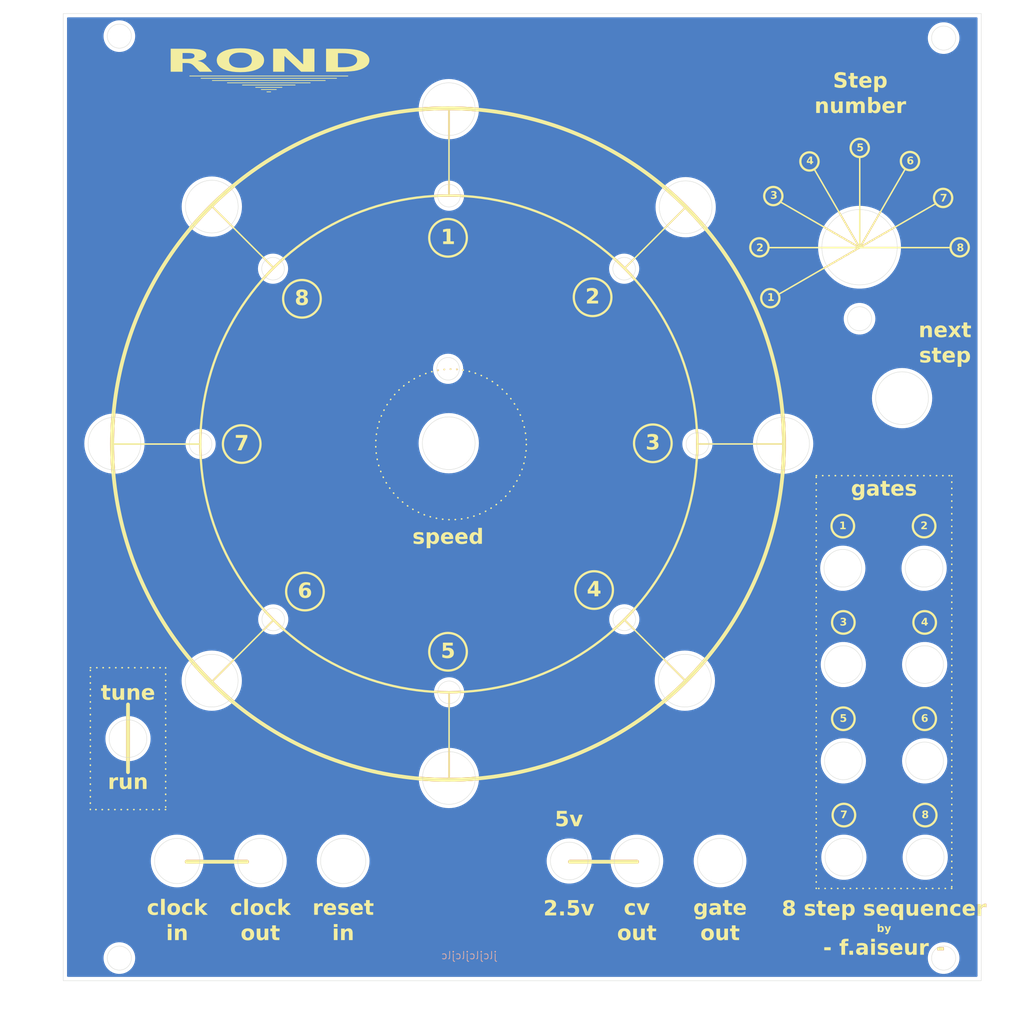
<source format=kicad_pcb>
(kicad_pcb (version 20240108) (generator "pcbnew") (generator_version "8.0")
  (layers (0 "F.Cu" signal) (31 "B.Cu" signal) (34 "B.Paste" user) (35 "F.Paste" user) (36 "B.SilkS" user "B.Silkscreen") (37 "F.SilkS" user "F.Silkscreen") (38 "B.Mask" user) (39 "F.Mask" user) (44 "Edge.Cuts" user))
  (net 0 "")
  (gr_circle (center 202.575214 139.797051) (end 204.075214 139.797051) (stroke (width 0.3)) (fill none) (layer "F.Cu"))
  (gr_circle (center 131.002647 110.097051) (end 133.502647 110.097051) (stroke (width 0.3)) (fill none) (layer "F.Cu"))
  (gr_circle (center 150.002647 118.097051) (end 152.502647 118.097051) (stroke (width 0.3)) (fill none) (layer "F.Cu"))
  (gr_line (start 204.68 52.397051) (end 204.68 64.397051) (stroke (width 0.2)) (layer "F.Cu"))
  (gr_line (start 204.68 64.410578) (end 210.68 54.018273) (stroke (width 0.2)) (layer "F.Cu"))
  (gr_circle (center 213.302647 126.997051) (end 214.802647 126.997051) (stroke (width 0.3)) (fill none) (layer "F.Cu"))
  (gr_circle (center 211.352647 52.897051) (end 212.564299 52.897051) (stroke (width 0.3)) (fill none) (layer "F.Cu"))
  (gr_line (start 117.2 41.9) (end 135.2 41.9) (stroke (width 0.1)) (layer "F.Cu"))
  (gr_line (start 173.53 67.07) (end 181.423649 59.176351) (stroke (width 0.2)) (layer "F.Cu"))
  (gr_line (start 126.78 67.03) (end 118.502207 58.752207) (stroke (width 0.2)) (layer "F.Cu"))
  (gr_line (start 214.694952 58.597051) (end 193.910342 70.597051) (stroke (width 0.2)) (layer "F.Cu"))
  (gr_line (start 120.7 42.5) (end 131.7 42.5) (stroke (width 0.1)) (layer "F.Cu"))
  (gr_circle (center 150.10508 90.479624) (end 183.10508 90.479624) (stroke (width 0.3)) (fill none) (layer "F.Cu"))
  (gr_circle (center 122.602647 90.497051) (end 125.102647 90.497051) (stroke (width 0.3)) (fill none) (layer "F.Cu"))
  (gr_line (start 166.202647 145.997051) (end 175.103209 145.997051) (stroke (width 0.5)) (layer "F.Cu"))
  (gr_circle (center 150.402647 90.547051) (end 160.402647 90.547051) (stroke (width 0.2) (type dot)) (fill none) (layer "F.Cu"))
  (gr_circle (center 202.502647 114.197051) (end 204.002647 114.197051) (stroke (width 0.3)) (fill none) (layer "F.Cu"))
  (gr_line (start 198.652647 54.000898) (end 204.652647 64.393203) (stroke (width 0.2)) (layer "F.Cu"))
  (gr_line (start 115.302647 145.997051) (end 123.302647 145.997051) (stroke (width 0.5)) (layer "F.Cu"))
  (gr_circle (center 150.002647 63.097051) (end 152.502647 63.097051) (stroke (width 0.3)) (fill none) (layer "F.Cu"))
  (gr_line (start 173.37 113.8) (end 181.530098 121.960098) (stroke (width 0.2)) (layer "F.Cu"))
  (gr_line (start 122.7 42.8) (end 129.7 42.8) (stroke (width 0.1)) (layer "F.Cu"))
  (gr_circle (center 213.302647 114.197051) (end 214.802647 114.197051) (stroke (width 0.3)) (fill none) (layer "F.Cu"))
  (gr_circle (center 217.952647 64.358703) (end 219.164299 64.358703) (stroke (width 0.3)) (fill none) (layer "F.Cu"))
  (gr_rect (start 198.902647 94.697051) (end 216.902647 149.547051) (stroke (width 0.2) (type dot)) (fill none) (layer "F.Cu"))
  (gr_circle (center 130.602647 71.197051) (end 133.102647 71.197051) (stroke (width 0.3)) (fill none) (layer "F.Cu"))
  (gr_circle (center 177.202647 90.397051) (end 179.702647 90.397051) (stroke (width 0.3)) (fill none) (layer "F.Cu"))
  (gr_circle (center 169.402647 109.897051) (end 171.902647 109.897051) (stroke (width 0.3)) (fill none) (layer "F.Cu"))
  (gr_line (start 125.2 43.4) (end 127.2 43.4) (stroke (width 0.1)) (layer "F.Cu"))
  (gr_line (start 192.602647 64.397051) (end 216.602647 64.397051) (stroke (width 0.2)) (layer "F.Cu"))
  (gr_circle (center 191.352647 64.358703) (end 192.564299 64.358703) (stroke (width 0.3)) (fill none) (layer "F.Cu"))
  (gr_line (start 204.68 64.410577) (end 194.287695 58.410577) (stroke (width 0.2)) (layer "F.Cu"))
  (gr_circle (center 193.202647 57.547051) (end 194.414299 57.547051) (stroke (width 0.3)) (fill none) (layer "F.Cu"))
  (gr_circle (center 169.202647 70.997051) (end 171.702647 70.997051) (stroke (width 0.3)) (fill none) (layer "F.Cu"))
  (gr_circle (center 213.375214 139.797051) (end 214.875214 139.797051) (stroke (width 0.3)) (fill none) (layer "F.Cu"))
  (gr_circle (center 202.43008 101.397051) (end 203.93008 101.397051) (stroke (width 0.3)) (fill none) (layer "F.Cu"))
  (gr_line (start 118.7 42.2) (end 133.7 42.2) (stroke (width 0.1)) (layer "F.Cu"))
  (gr_line (start 150.14 123.479624) (end 150.14 135.108711) (stroke (width 0.2)) (layer "F.Cu"))
  (gr_line (start 150.13 57.479624) (end 150.13 45.88539) (stroke (width 0.2)) (layer "F.Cu"))
  (gr_circle (center 204.68 51.147051) (end 205.891652 51.147051) (stroke (width 0.3)) (fill none) (layer "F.Cu"))
  (gr_circle (center 202.502647 126.997051) (end 204.002647 126.997051) (stroke (width 0.3)) (fill none) (layer "F.Cu"))
  (gr_circle (center 198.002647 52.947051) (end 199.214299 52.947051) (stroke (width 0.3)) (fill none) (layer "F.Cu"))
  (gr_rect (start 102.502647 120.216632) (end 112.502647 139.066632) (stroke (width 0.2) (type dot)) (fill none) (layer "F.Cu"))
  (gr_line (start 107.5 134.097051) (end 107.5 125.097051) (stroke (width 0.5)) (layer "F.Cu"))
  (gr_circle (center 192.802647 71.108703) (end 194.014299 71.108703) (stroke (width 0.3)) (fill none) (layer "F.Cu"))
  (gr_circle (center 150.002647 90.497051) (end 194.613856 90.497051) (stroke (width 0.5)) (fill none) (layer "F.Cu"))
  (gr_circle (center 213.23008 101.397051) (end 214.73008 101.397051) (stroke (width 0.3)) (fill none) (layer "F.Cu"))
  (gr_circle (center 215.752647 57.797051) (end 216.964299 57.797051) (stroke (width 0.3)) (fill none) (layer "F.Cu"))
  (gr_line (start 126.82 113.89) (end 118.46 122.25) (stroke (width 0.2)) (layer "F.Cu"))
  (gr_line (start 115.7 41.6) (end 136.7 41.6) (stroke (width 0.1)) (layer "F.Cu"))
  (gr_line (start 117.10508 90.5) (end 105.391425 90.5) (stroke (width 0.2)) (layer "F.Cu"))
  (gr_line (start 125.95 43.7) (end 126.45 43.7) (stroke (width 0.1)) (layer "F.Cu"))
  (gr_line (start 124.45 43.1) (end 127.95 43.1) (stroke (width 0.1)) (layer "F.Cu"))
  (gr_line (start 183.10508 90.49) (end 194.613869 90.49) (stroke (width 0.2)) (layer "F.Cu"))
  (gr_circle (center 191.35 64.361652) (end 192.561652 64.361652) (stroke (width 0.3)) (fill none) (layer "F.SilkS"))
  (gr_circle (center 150.4 90.55) (end 160.4 90.55) (stroke (width 0.2) (type dot)) (fill none) (layer "F.SilkS"))
  (gr_line (start 183.10508 90.49) (end 194.613869 90.49) (stroke (width 0.2)) (layer "F.SilkS"))
  (gr_circle (center 131 110.1) (end 133.5 110.1) (stroke (width 0.3)) (fill none) (layer "F.SilkS"))
  (gr_circle (center 130.6 71.2) (end 133.1 71.2) (stroke (width 0.3)) (fill none) (layer "F.SilkS"))
  (gr_line (start 115.7 41.6) (end 136.7 41.6) (stroke (width 0.1)) (layer "F.SilkS"))
  (gr_circle (center 150 118.1) (end 152.5 118.1) (stroke (width 0.3)) (fill none) (layer "F.SilkS"))
  (gr_line (start 150.14 123.479624) (end 150.14 135.108711) (stroke (width 0.2)) (layer "F.SilkS"))
  (gr_circle (center 213.372567 139.8) (end 214.872567 139.8) (stroke (width 0.3)) (fill none) (layer "F.SilkS"))
  (gr_line (start 107.5 134.1) (end 107.5 125.1) (stroke (width 0.5)) (layer "F.SilkS"))
  (gr_rect (start 102.5 120.219581) (end 112.5 139.069581) (stroke (width 0.2) (type dot)) (fill none) (layer "F.SilkS"))
  (gr_circle (center 215.75 57.8) (end 216.961652 57.8) (stroke (width 0.3)) (fill none) (layer "F.SilkS"))
  (gr_line (start 124.45 43.1) (end 127.95 43.1) (stroke (width 0.1)) (layer "F.SilkS"))
  (gr_circle (center 169.2 71) (end 171.7 71) (stroke (width 0.3)) (fill none) (layer "F.SilkS"))
  (gr_line (start 117.2 41.9) (end 135.2 41.9) (stroke (width 0.1)) (layer "F.SilkS"))
  (gr_line (start 125.95 43.7) (end 126.45 43.7) (stroke (width 0.1)) (layer "F.SilkS"))
  (gr_circle (center 202.427433 101.4) (end 203.927433 101.4) (stroke (width 0.3)) (fill none) (layer "F.SilkS"))
  (gr_line (start 204.677353 64.413527) (end 210.677353 54.021222) (stroke (width 0.2)) (layer "F.SilkS"))
  (gr_circle (center 211.35 52.9) (end 212.561652 52.9) (stroke (width 0.3)) (fill none) (layer "F.SilkS"))
  (gr_line (start 126.78 67.03) (end 118.502207 58.752207) (stroke (width 0.2)) (layer "F.SilkS"))
  (gr_circle (center 177.2 90.4) (end 179.7 90.4) (stroke (width 0.3)) (fill none) (layer "F.SilkS"))
  (gr_line (start 204.677353 52.4) (end 204.677353 64.4) (stroke (width 0.2)) (layer "F.SilkS"))
  (gr_line (start 118.7 42.2) (end 133.7 42.2) (stroke (width 0.1)) (layer "F.SilkS"))
  (gr_circle (center 150 90.5) (end 194.611209 90.5) (stroke (width 0.5)) (fill none) (layer "F.SilkS"))
  (gr_circle (center 202.5 114.2) (end 204 114.2) (stroke (width 0.3)) (fill none) (layer "F.SilkS"))
  (gr_line (start 204.677353 64.413526) (end 194.285048 58.413526) (stroke (width 0.2)) (layer "F.SilkS"))
  (gr_line (start 214.692305 58.6) (end 193.907695 70.6) (stroke (width 0.2)) (layer "F.SilkS"))
  (gr_circle (center 213.3 127) (end 214.8 127) (stroke (width 0.3)) (fill none) (layer "F.SilkS"))
  (gr_line (start 122.7 42.8) (end 129.7 42.8) (stroke (width 0.1)) (layer "F.SilkS"))
  (gr_line (start 198.65 54.003847) (end 204.65 64.396152) (stroke (width 0.2)) (layer "F.SilkS"))
  (gr_circle (center 169.4 109.9) (end 171.9 109.9) (stroke (width 0.3)) (fill none) (layer "F.SilkS"))
  (gr_line (start 173.37 113.8) (end 181.530098 121.960098) (stroke (width 0.2)) (layer "F.SilkS"))
  (gr_rect (start 198.9 94.7) (end 216.9 149.55) (stroke (width 0.2) (type dot)) (fill none) (layer "F.SilkS"))
  (gr_line (start 117.10508 90.5) (end 105.391425 90.5) (stroke (width 0.2)) (layer "F.SilkS"))
  (gr_line (start 125.2 43.4) (end 127.2 43.4) (stroke (width 0.1)) (layer "F.SilkS"))
  (gr_circle (center 192.8 71.111652) (end 194.011652 71.111652) (stroke (width 0.3)) (fill none) (layer "F.SilkS"))
  (gr_line (start 192.6 64.4) (end 216.6 64.4) (stroke (width 0.2)) (layer "F.SilkS"))
  (gr_line (start 166.2 146) (end 175.100562 146) (stroke (width 0.5)) (layer "F.SilkS"))
  (gr_circle (center 193.2 57.55) (end 194.411652 57.55) (stroke (width 0.3)) (fill none) (layer "F.SilkS"))
  (gr_circle (center 202.5 127) (end 204 127) (stroke (width 0.3)) (fill none) (layer "F.SilkS"))
  (gr_line (start 115.3 146) (end 123.3 146) (stroke (width 0.5)) (layer "F.SilkS"))
  (gr_circle (center 198 52.95) (end 199.211652 52.95) (stroke (width 0.3)) (fill none) (layer "F.SilkS"))
  (gr_circle (center 122.6 90.5) (end 125.1 90.5) (stroke (width 0.3)) (fill none) (layer "F.SilkS"))
  (gr_circle (center 213.3 114.2) (end 214.8 114.2) (stroke (width 0.3)) (fill none) (layer "F.SilkS"))
  (gr_circle (center 217.95 64.361652) (end 219.161652 64.361652) (stroke (width 0.3)) (fill none) (layer "F.SilkS"))
  (gr_line (start 150.13 57.479624) (end 150.13 45.88539) (stroke (width 0.2)) (layer "F.SilkS"))
  (gr_circle (center 202.572567 139.8) (end 204.072567 139.8) (stroke (width 0.3)) (fill none) (layer "F.SilkS"))
  (gr_circle (center 204.677353 51.15) (end 205.889005 51.15) (stroke (width 0.3)) (fill none) (layer "F.SilkS"))
  (gr_line (start 120.7 42.5) (end 131.7 42.5) (stroke (width 0.1)) (layer "F.SilkS"))
  (gr_line (start 126.82 113.89) (end 118.46 122.25) (stroke (width 0.2)) (layer "F.SilkS"))
  (gr_circle (center 150.102433 90.482573) (end 183.102433 90.482573) (stroke (width 0.3)) (fill none) (layer "F.SilkS"))
  (gr_circle (center 150 63.1) (end 152.5 63.1) (stroke (width 0.3)) (fill none) (layer "F.SilkS"))
  (gr_line (start 173.53 67.07) (end 181.423649 59.176351) (stroke (width 0.2)) (layer "F.SilkS"))
  (gr_circle (center 213.227433 101.4) (end 214.727433 101.4) (stroke (width 0.3)) (fill none) (layer "F.SilkS"))
  (gr_circle (center 106.35 158.8) (end 107.95 158.8) (stroke (width 0.05)) (fill none) (layer "Edge.Cuts"))
  (gr_circle (center 181.56 59.03) (end 185.06 59.03) (stroke (width 0.05)) (fill none) (layer "Edge.Cuts"))
  (gr_circle (center 150.01 80.5) (end 151.51 80.5) (stroke (width 0.05)) (fill none) (layer "Edge.Cuts"))
  (gr_circle (center 117.14 90.5) (end 118.64 90.5) (stroke (width 0.05)) (fill none) (layer "Edge.Cuts"))
  (gr_circle (center 118.62 121.94) (end 122.12 121.94) (stroke (width 0.05)) (fill none) (layer "Edge.Cuts"))
  (gr_circle (center 118.63 58.95) (end 122.13 58.95) (stroke (width 0.05)) (fill none) (layer "Edge.Cuts"))
  (gr_circle (center 215.82 158.8) (end 217.42 158.8) (stroke (width 0.05)) (fill none) (layer "Edge.Cuts"))
  (gr_circle (center 150.13 57.5) (end 151.63 57.5) (stroke (width 0.05)) (fill none) (layer "Edge.Cuts"))
  (gr_circle (center 105.7 90.44) (end 109.2 90.44) (stroke (width 0.05)) (fill none) (layer "Edge.Cuts"))
  (gr_circle (center 166.1 145.9) (end 168.6 145.9) (stroke (width 0.05)) (fill none) (layer "Edge.Cuts"))
  (gr_circle (center 150.11 134.87) (end 153.61 134.87) (stroke (width 0.05)) (fill none) (layer "Edge.Cuts"))
  (gr_circle (center 107.5 129.644581) (end 110 129.644581) (stroke (width 0.05)) (fill none) (layer "Edge.Cuts"))
  (gr_circle (center 181.45 121.94) (end 184.95 121.94) (stroke (width 0.05)) (fill none) (layer "Edge.Cuts"))
  (gr_circle (center 114.027433 145.9) (end 117.027433 145.9) (stroke (width 0.05)) (fill none) (layer "Edge.Cuts"))
  (gr_circle (center 136.077433 145.9) (end 139.077433 145.9) (stroke (width 0.05)) (fill none) (layer "Edge.Cuts"))
  (gr_circle (center 202.572567 145.4) (end 205.072567 145.4) (stroke (width 0.05)) (fill none) (layer "Edge.Cuts"))
  (gr_circle (center 213.372567 145.4) (end 215.872567 145.4) (stroke (width 0.05)) (fill none) (layer "Edge.Cuts"))
  (gr_circle (center 150.14 123.49) (end 151.64 123.49) (stroke (width 0.05)) (fill none) (layer "Edge.Cuts"))
  (gr_circle (center 173.41 113.79) (end 174.91 113.79) (stroke (width 0.05)) (fill none) (layer "Edge.Cuts"))
  (gr_circle (center 215.82 36.56) (end 217.42 36.56) (stroke (width 0.05)) (fill none) (layer "Edge.Cuts"))
  (gr_circle (center 126.76 67.2) (end 128.26 67.2) (stroke (width 0.05)) (fill none) (layer "Edge.Cuts"))
  (gr_circle (center 202.5 119.8) (end 205 119.8) (stroke (width 0.05)) (fill none) (layer "Edge.Cuts"))
  (gr_circle (center 183.12 90.49) (end 184.62 90.49) (stroke (width 0.05)) (fill none) (layer "Edge.Cuts"))
  (gr_circle (center 106.35 36.3) (end 107.95 36.3) (stroke (width 0.05)) (fill none) (layer "Edge.Cuts"))
  (gr_circle (center 175.077433 145.9) (end 178.077433 145.9) (stroke (width 0.05)) (fill none) (layer "Edge.Cuts"))
  (gr_circle (center 150.1 46) (end 153.6 46) (stroke (width 0.05)) (fill none) (layer "Edge.Cuts"))
  (gr_circle (center 126.79 113.8) (end 128.29 113.8) (stroke (width 0.05)) (fill none) (layer "Edge.Cuts"))
  (gr_circle (center 202.427433 107) (end 204.927433 107) (stroke (width 0.05)) (fill none) (layer "Edge.Cuts"))
  (gr_circle (center 150.095 90.39) (end 153.595 90.39) (stroke (width 0.05)) (fill none) (layer "Edge.Cuts"))
  (gr_circle (center 194.5 90.45) (end 198 90.45) (stroke (width 0.05)) (fill none) (layer "Edge.Cuts"))
  (gr_circle (center 204.65 73.85) (end 206.25 73.85) (stroke (width 0.05)) (fill none) (layer "Edge.Cuts"))
  (gr_circle (center 213.3 119.8) (end 215.8 119.8) (stroke (width 0.05)) (fill none) (layer "Edge.Cuts"))
  (gr_circle (center 125.077433 145.9) (end 128.077433 145.9) (stroke (width 0.05)) (fill none) (layer "Edge.Cuts"))
  (gr_circle (center 210.3 84.4) (end 213.8 84.4) (stroke (width 0.05)) (fill none) (layer "Edge.Cuts"))
  (gr_circle (center 202.5 132.6) (end 205 132.6) (stroke (width 0.05)) (fill none) (layer "Edge.Cuts"))
  (gr_rect (start 98.9 33.3) (end 220.82 161.8) (stroke (width 0.05)) (fill none) (layer "Edge.Cuts"))
  (gr_circle (center 213.3 132.6) (end 215.8 132.6) (stroke (width 0.05)) (fill none) (layer "Edge.Cuts"))
  (gr_circle (center 213.227433 107) (end 215.727433 107) (stroke (width 0.05)) (fill none) (layer "Edge.Cuts"))
  (gr_circle (center 173.39 67.2) (end 174.89 67.2) (stroke (width 0.05)) (fill none) (layer "Edge.Cuts"))
  (gr_circle (center 186.127433 145.9) (end 189.127433 145.9) (stroke (width 0.05)) (fill none) (layer "Edge.Cuts"))
  (gr_circle (center 204.65 64.35) (end 209.65 64.35) (stroke (width 0.05)) (fill none) (layer "Edge.Cuts"))
  (gr_text "5" (at 202.502647 126.997051 0) (layer "F.Cu") (effects (font (size 1 1) (thickness 0.125))))
  (gr_text "8 step sequencer\n" (at 207.902647 153.497051 0) (layer "F.Cu") (effects (font (size 2 2) (thickness 0.2) (bold yes)) (justify bottom)))
  (gr_text "7" (at 215.336946 58.447051 0) (layer "F.Cu") (effects (font (size 1 1) (thickness 0.2) (bold yes)) (justify left bottom)))
  (gr_text "gates" (at 207.902647 97.697051 0) (layer "F.Cu") (effects (font (size 2 2) (thickness 0.2) (bold yes)) (justify bottom)))
  (gr_text "gate\nout" (at 186.13008 156.75 0) (layer "F.Cu") (effects (font (size 2 2) (thickness 0.2) (bold yes)) (justify bottom)))
  (gr_text "1" (at 192.386946 71.645177 0) (layer "F.Cu") (effects (font (size 1 1) (thickness 0.2) (bold yes)) (justify left bottom)))
  (gr_text "2" (at 213.23008 101.397051 0) (layer "F.Cu") (effects (font (size 1 1) (thickness 0.125))))
  (gr_text "ROND" (at 126.2 41.54 0) (layer "F.Cu") (effects (font (size 3 6) (thickness 0.2) (bold yes)) (justify bottom)))
  (gr_text "tune" (at 107.502647 123.647051 0) (layer "F.Cu") (effects (font (size 2 2) (thickness 0.2) (bold yes))))
  (gr_text "3" (at 177.202647 90.397051 0) (layer "F.Cu") (effects (font (size 2 2) (thickness 0.2) (bold yes))))
  (gr_text "- f.aiseur -" (at 207.902647 158.697051 0) (layer "F.Cu") (effects (font (size 2 2) (thickness 0.2) (bold yes)) (justify bottom)))
  (gr_text "8" (at 213.375214 139.797051 0) (layer "F.Cu") (effects (font (size 1 1) (thickness 0.125))))
  (gr_text "clock\nin" (at 114.03008 156.75 0) (layer "F.Cu") (effects (font (size 2 2) (thickness 0.2) (bold yes)) (justify bottom)))
  (gr_text "reset\nin" (at 136.08008 156.747051 0) (layer "F.Cu") (effects (font (size 2 2) (thickness 0.2) (bold yes)) (justify bottom)))
  (gr_text "8" (at 130.602647 71.197051 0) (layer "F.Cu") (effects (font (size 2 2) (thickness 0.2) (bold yes))))
  (gr_text "6" (at 210.902647 53.497051 0) (layer "F.Cu") (effects (font (size 1 1) (thickness 0.2) (bold yes)) (justify left bottom)))
  (gr_text "next\nstep" (at 216.002647 79.997051 0) (layer "F.Cu") (effects (font (size 2 2) (thickness 0.2) (bold yes)) (justify bottom)))
  (gr_text "2.5v" (at 166.052647 152.297051 0) (layer "F.Cu") (effects (font (size 2 2) (thickness 0.2) (bold yes))))
  (gr_text "6" (at 131.002647 110.097051 0) (layer "F.Cu") (effects (font (size 2 2) (thickness 0.2) (bold yes))))
  (gr_text "5" (at 150.002647 118.097051 0) (layer "F.Cu") (effects (font (size 2 2) (thickness 0.2) (bold yes))))
  (gr_text "speed" (at 150.002647 104.097051 0) (layer "F.Cu") (effects (font (size 2 2) (thickness 0.2) (bold yes)) (justify bottom)))
  (gr_text "7" (at 202.575214 139.797051 0) (layer "F.Cu") (effects (font (size 1 1) (thickness 0.125))))
  (gr_text "5v" (at 166.052647 140.447051 0) (layer "F.Cu") (effects (font (size 2 2) (thickness 0.2) (bold yes))))
  (gr_text "4" (at 169.402647 109.897051 0) (layer "F.Cu") (effects (font (size 2 2) (thickness 0.2) (bold yes))))
  (gr_text "clock\nout" (at 125.08008 156.75 0) (layer "F.Cu") (effects (font (size 2 2) (thickness 0.2) (bold yes)) (justify bottom)))
  (gr_text "run" (at 107.502647 135.497051 0) (layer "F.Cu") (effects (font (size 2 2) (thickness 0.2) (bold yes))))
  (gr_text "4" (at 197.586946 53.483525 0) (layer "F.Cu") (effects (font (size 1 1) (thickness 0.2) (bold yes)) (justify left bottom)))
  (gr_text "Step\nnumber" (at 204.752647 43.997051 0) (layer "F.Cu") (effects (font (size 2 2) (thickness 0.2) (bold yes))))
  (gr_text "6" (at 213.302647 126.997051 0) (layer "F.Cu") (effects (font (size 1 1) (thickness 0.125))))
  (gr_text "1" (at 202.43008 101.397051 0) (layer "F.Cu") (effects (font (size 1 1) (thickness 0.125))))
  (gr_text "8" (at 217.552647 65.047051 0) (layer "F.Cu") (effects (font (size 1 1) (thickness 0.2) (bold yes)) (justify left bottom)))
  (gr_text "cv\nout" (at 175.08008 156.75 0) (layer "F.Cu") (effects (font (size 2 2) (thickness 0.2) (bold yes)) (justify bottom)))
  (gr_text "3" (at 202.502647 114.197051 0) (layer "F.Cu") (effects (font (size 1 1) (thickness 0.125))))
  (gr_text "by" (at 207.902647 155.497051 0) (layer "F.Cu") (effects (font (size 1 1) (thickness 0.2) (bold yes)) (justify bottom)))
  (gr_text "7" (at 122.602647 90.497051 0) (layer "F.Cu") (effects (font (size 2 2) (thickness 0.2) (bold yes))))
  (gr_text "4" (at 213.302647 114.197051 0) (layer "F.Cu") (effects (font (size 1 1) (thickness 0.125))))
  (gr_text "3" (at 192.786946 58.083525 0) (layer "F.Cu") (effects (font (size 1 1) (thickness 0.2) (bold yes)) (justify left bottom)))
  (gr_text "2" (at 190.936946 65.047051 0) (layer "F.Cu") (effects (font (size 1 1) (thickness 0.2) (bold yes)) (justify left bottom)))
  (gr_text "1" (at 150.002647 63.097051 0) (layer "F.Cu") (effects (font (size 2 2) (thickness 0.2) (bold yes))))
  (gr_text "2" (at 169.202647 70.997051 0) (layer "F.Cu") (effects (font (size 2 2) (thickness 0.2) (bold yes))))
  (gr_text "5" (at 204.252647 51.747051 0) (layer "F.Cu") (effects (font (size 1 1) (thickness 0.2) (bold yes)) (justify left bottom)))
  (gr_text "jlcjlcjlcjlc" (at 156.57 159.03 0) (layer "B.SilkS") (effects (font (size 1 1) (thickness 0.1)) (justify left bottom mirror)))
  (gr_text "7" (at 122.6 90.5 0) (layer "F.SilkS") (effects (font (size 2 2) (thickness 0.2) (bold yes))))
  (gr_text "reset\nin" (at 136.077433 156.75 0) (layer "F.SilkS") (effects (font (size 2 2) (thickness 0.2) (bold yes)) (justify bottom)))
  (gr_text "2" (at 190.934299 65.05 0) (layer "F.SilkS") (effects (font (size 1 1) (thickness 0.2) (bold yes)) (justify left bottom)))
  (gr_text "6" (at 131 110.1 0) (layer "F.SilkS") (effects (font (size 2 2) (thickness 0.2) (bold yes))))
  (gr_text "7" (at 215.334299 58.45 0) (layer "F.SilkS") (effects (font (size 1 1) (thickness 0.2) (bold yes)) (justify left bottom)))
  (gr_text "speed" (at 150 104.1 0) (layer "F.SilkS") (effects (font (size 2 2) (thickness 0.2) (bold yes)) (justify bottom)))
  (gr_text "2" (at 213.227433 101.4 0) (layer "F.SilkS") (effects (font (size 1 1) (thickness 0.125))))
  (gr_text "3" (at 192.784299 58.086474 0) (layer "F.SilkS") (effects (font (size 1 1) (thickness 0.2) (bold yes)) (justify left bottom)))
  (gr_text "3" (at 202.5 114.2 0) (layer "F.SilkS") (effects (font (size 1 1) (thickness 0.125))))
  (gr_text "by" (at 207.9 155.5 0) (layer "F.SilkS") (effects (font (size 1 1) (thickness 0.2) (bold yes)) (justify bottom)))
  (gr_text "ROND" (at 126.2 41.54 0) (layer "F.SilkS") (effects (font (size 3 6) (thickness 0.2) (bold yes)) (justify bottom)))
  (gr_text "1" (at 192.384299 71.648126 0) (layer "F.SilkS") (effects (font (size 1 1) (thickness 0.2) (bold yes)) (justify left bottom)))
  (gr_text "5" (at 202.5 127 0) (layer "F.SilkS") (effects (font (size 1 1) (thickness 0.125))))
  (gr_text "8" (at 213.372567 139.8 0) (layer "F.SilkS") (effects (font (size 1 1) (thickness 0.125))))
  (gr_text "5" (at 150 118.1 0) (layer "F.SilkS") (effects (font (size 2 2) (thickness 0.2) (bold yes))))
  (gr_text "tune" (at 107.5 123.65 0) (layer "F.SilkS") (effects (font (size 2 2) (thickness 0.2) (bold yes))))
  (gr_text "4" (at 213.3 114.2 0) (layer "F.SilkS") (effects (font (size 1 1) (thickness 0.125))))
  (gr_text "clock\nout" (at 125.077433 156.752949 0) (layer "F.SilkS") (effects (font (size 2 2) (thickness 0.2) (bold yes)) (justify bottom)))
  (gr_text "5" (at 204.25 51.75 0) (layer "F.SilkS") (effects (font (size 1 1) (thickness 0.2) (bold yes)) (justify left bottom)))
  (gr_text "gate\nout" (at 186.127433 156.752949 0) (layer "F.SilkS") (effects (font (size 2 2) (thickness 0.2) (bold yes)) (justify bottom)))
  (gr_text "clock\nin" (at 114.027433 156.752949 0) (layer "F.SilkS") (effects (font (size 2 2) (thickness 0.2) (bold yes)) (justify bottom)))
  (gr_text "- f.aiseur -" (at 207.9 158.7 0) (layer "F.SilkS") (effects (font (size 2 2) (thickness 0.2) (bold yes)) (justify bottom)))
  (gr_text "5v" (at 166.05 140.45 0) (layer "F.SilkS") (effects (font (size 2 2) (thickness 0.2) (bold yes))))
  (gr_text "2" (at 169.2 71 0) (layer "F.SilkS") (effects (font (size 2 2) (thickness 0.2) (bold yes))))
  (gr_text "1" (at 150 63.1 0) (layer "F.SilkS") (effects (font (size 2 2) (thickness 0.2) (bold yes))))
  (gr_text "1" (at 202.427433 101.4 0) (layer "F.SilkS") (effects (font (size 1 1) (thickness 0.125))))
  (gr_text "3" (at 177.2 90.4 0) (layer "F.SilkS") (effects (font (size 2 2) (thickness 0.2) (bold yes))))
  (gr_text "Step\nnumber" (at 204.75 44 0) (layer "F.SilkS") (effects (font (size 2 2) (thickness 0.2) (bold yes))))
  (gr_text "8" (at 130.6 71.2 0) (layer "F.SilkS") (effects (font (size 2 2) (thickness 0.2) (bold yes))))
  (gr_text "next\nstep" (at 216 80 0) (layer "F.SilkS") (effects (font (size 2 2) (thickness 0.2) (bold yes)) (justify bottom)))
  (gr_text "gates" (at 207.9 97.7 0) (layer "F.SilkS") (effects (font (size 2 2) (thickness 0.2) (bold yes)) (justify bottom)))
  (gr_text "cv\nout" (at 175.077433 156.752949 0) (layer "F.SilkS") (effects (font (size 2 2) (thickness 0.2) (bold yes)) (justify bottom)))
  (gr_text "6" (at 213.3 127 0) (layer "F.SilkS") (effects (font (size 1 1) (thickness 0.125))))
  (gr_text "8" (at 217.55 65.05 0) (layer "F.SilkS") (effects (font (size 1 1) (thickness 0.2) (bold yes)) (justify left bottom)))
  (gr_text "2.5v" (at 166.05 152.3 0) (layer "F.SilkS") (effects (font (size 2 2) (thickness 0.2) (bold yes))))
  (gr_text "6" (at 210.9 53.5 0) (layer "F.SilkS") (effects (font (size 1 1) (thickness 0.2) (bold yes)) (justify left bottom)))
  (gr_text "7" (at 202.572567 139.8 0) (layer "F.SilkS") (effects (font (size 1 1) (thickness 0.125))))
  (gr_text "8 step sequencer\n" (at 207.9 153.5 0) (layer "F.SilkS") (effects (font (size 2 2) (thickness 0.2) (bold yes)) (justify bottom)))
  (gr_text "4" (at 197.584299 53.486474 0) (layer "F.SilkS") (effects (font (size 1 1) (thickness 0.2) (bold yes)) (justify left bottom)))
  (gr_text "4" (at 169.4 109.9 0) (layer "F.SilkS") (effects (font (size 2 2) (thickness 0.2) (bold yes))))
  (gr_text "run" (at 107.5 135.5 0) (layer "F.SilkS") (effects (font (size 2 2) (thickness 0.2) (bold yes))))
  (zone (net 0) (net_name "") (layer "B.Cu") (priority 1) (connect_pads (clearance 0.5)) (min_thickness 0.25) (fill yes (thermal_gap 0.5) (thermal_bridge_width 0.5) (island_removal_mode 1) (island_area_min 10))
    (polygon (pts (xy 224 31.5) (xy 95.5 31.5) (xy 90.5 166.5) (xy 226.5 166.5)))
  )
)
</source>
